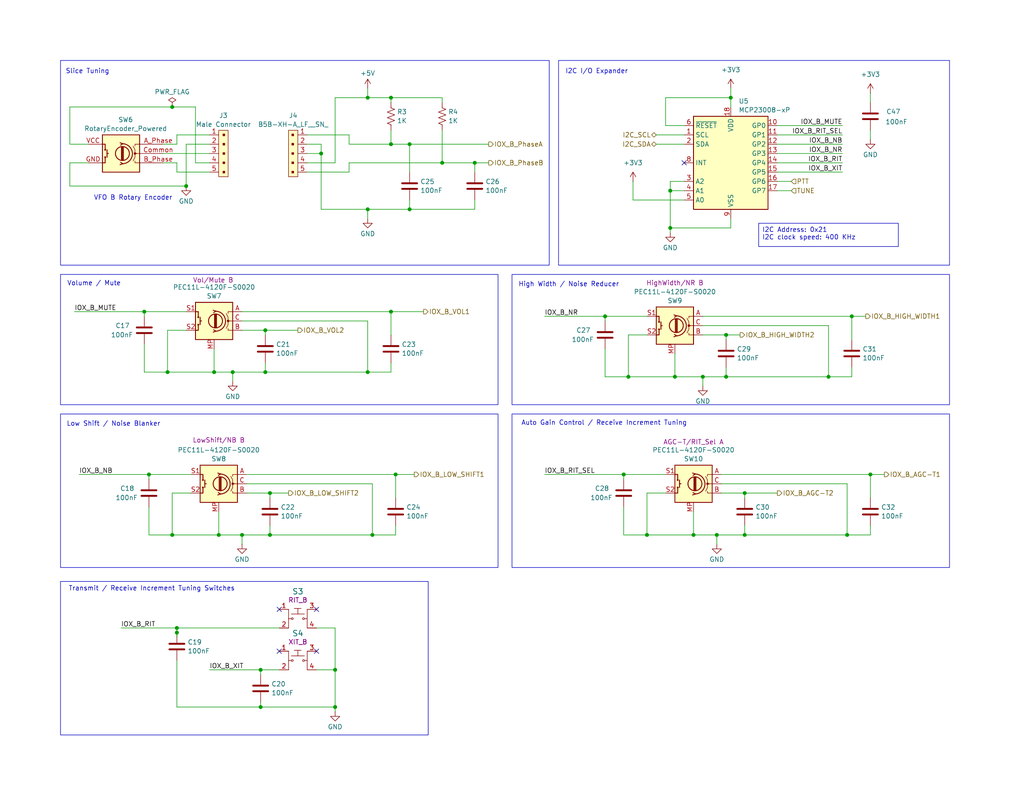
<source format=kicad_sch>
(kicad_sch (version 20250114) (generator "eeschema") (generator_version "9.0")
  (paper "USLetter")
  (title_block (title "KD0RC TeensyMaestro") (date "2025-07-27") (rev "v3.0") (company "NV0E") (comment 1 "Based on original design by KD0RC.") (comment 3 "PCB design by NV0E"))
  (lib_symbols
    (symbol "Device:C" (pin_numbers (hide yes)) (pin_names (offset 0.254))
      (property "Reference" "C" (at 0.635 2.54 0))
      (property "Value" "C" (at 0.635 -2.54 0))
      (symbol "C_0_1"
        (polyline (pts (xy -2.032 0.762) (xy 2.032 0.762)) (stroke (width 0.508)))
        (polyline (pts (xy -2.032 -0.762) (xy 2.032 -0.762)) (stroke (width 0.508)))
      )
      (symbol "C_1_1"
        (pin passive line (at 0 3.81 270) (length 2.794) (name "~") (number "1"))
        (pin passive line (at 0 -3.81 90) (length 2.794) (name "~") (number "2"))
      )
    )
    (symbol "Device:R_US" (pin_numbers (hide yes)) (pin_names (offset 0))
      (property "Reference" "R" (at 2.54 0 90))
      (property "Value" "R_US" (at -2.54 0 90))
      (symbol "R_US_0_1"
        (polyline (pts (xy 0 2.286) (xy 0 2.54)))
        (polyline (pts (xy 0 2.286) (xy 1.016 1.905) (xy 0 1.524) (xy -1.016 1.143) (xy 0 0.762)))
        (polyline (pts (xy 0 0.762) (xy 1.016 0.381) (xy 0 0) (xy -1.016 -0.381) (xy 0 -0.762)))
        (polyline (pts (xy 0 -0.762) (xy 1.016 -1.143) (xy 0 -1.524) (xy -1.016 -1.905) (xy 0 -2.286)))
        (polyline (pts (xy 0 -2.286) (xy 0 -2.54)))
      )
      (symbol "R_US_1_1"
        (pin passive line (at 0 3.81 270) (length 1.27) (name "~") (number "1"))
        (pin passive line (at 0 -3.81 90) (length 1.27) (name "~") (number "2"))
      )
    )
    (symbol "Device:RotaryEncoder_Switch_MP" (pin_names (offset 0.254) (hide yes))
      (property "Reference" "SW" (at 0 8.89 0))
      (property "Value" "RotaryEncoder_Switch_MP" (at 0 6.35 0))
      (symbol "RotaryEncoder_Switch_MP_0_1"
        (rectangle (start -5.08 5.08) (end 5.08 -5.08) (stroke (width 0.254)) (fill (type background)))
        (polyline (pts (xy -5.08 2.54) (xy -3.81 2.54) (xy -3.81 2.032)))
        (polyline (pts (xy -5.08 0) (xy -3.81 0) (xy -3.81 -1.016) (xy -3.302 -2.032)))
        (polyline (pts (xy -5.08 -2.54) (xy -3.81 -2.54) (xy -3.81 -2.032)))
        (polyline (pts (xy -4.318 0) (xy -3.81 0) (xy -3.81 1.016) (xy -3.302 2.032)))
        (circle (center -3.81 0) (radius 0.254) (fill (type outline)))
        (polyline (pts (xy -0.635 -1.778) (xy -0.635 1.778)) (stroke (width 0.254)))
        (circle (center -0.381 0) (radius 1.905) (stroke (width 0.254)))
        (polyline (pts (xy -0.381 -1.778) (xy -0.381 1.778)) (stroke (width 0.254)))
        (arc (start -0.381 -2.794) (mid -3.0988 -0.0635) (end -0.381 2.667) (stroke (width 0.254)))
        (polyline (pts (xy -0.127 1.778) (xy -0.127 -1.778)) (stroke (width 0.254)))
        (polyline (pts (xy 0.254 2.921) (xy -0.508 2.667) (xy 0.127 2.286)) (stroke (width 0.254)))
        (polyline (pts (xy 0.254 -3.048) (xy -0.508 -2.794) (xy 0.127 -2.413)) (stroke (width 0.254)))
        (polyline (pts (xy 3.81 1.016) (xy 3.81 -1.016)) (stroke (width 0.254)))
        (polyline (pts (xy 3.81 0) (xy 3.429 0)) (stroke (width 0.254)))
        (circle (center 4.318 1.016) (radius 0.127) (stroke (width 0.254)))
        (circle (center 4.318 -1.016) (radius 0.127) (stroke (width 0.254)))
        (polyline (pts (xy 5.08 2.54) (xy 4.318 2.54) (xy 4.318 1.016)) (stroke (width 0.254)))
        (polyline (pts (xy 5.08 -2.54) (xy 4.318 -2.54) (xy 4.318 -1.016)) (stroke (width 0.254)))
      )
      (symbol "RotaryEncoder_Switch_MP_1_1"
        (pin passive line (at -7.62 2.54 0) (length 2.54) (name "A") (number "A"))
        (pin passive line (at -7.62 0 0) (length 2.54) (name "C") (number "C"))
        (pin passive line (at -7.62 -2.54 0) (length 2.54) (name "B") (number "B"))
        (pin passive line (at 0 -7.62 90) (length 2.54) (name "MP") (number "MP"))
        (pin passive line (at 7.62 2.54 180) (length 2.54) (name "S1") (number "S1"))
        (pin passive line (at 7.62 -2.54 180) (length 2.54) (name "S2") (number "S2"))
      )
    )
    (symbol "Interface_Expansion:MCP23008-xP"
      (property "Reference" "U" (at -8.89 13.97 0))
      (property "Value" "MCP23008-xP" (at 8.89 13.97 0))
      (symbol "MCP23008-xP_0_1"
        (rectangle (start -10.16 12.7) (end 10.16 -12.7) (stroke (width 0.254)) (fill (type background)))
      )
      (symbol "MCP23008-xP_1_1"
        (pin input line (at -12.7 10.16 0) (length 2.54) (name "~{RESET}") (number "6"))
        (pin input line (at -12.7 7.62 0) (length 2.54) (name "SCL") (number "1"))
        (pin bidirectional line (at -12.7 5.08 0) (length 2.54) (name "SDA") (number "2"))
        (pin output line (at -12.7 0 0) (length 2.54) (name "INT") (number "8"))
        (pin input line (at -12.7 -5.08 0) (length 2.54) (name "A2") (number "3"))
        (pin input line (at -12.7 -7.62 0) (length 2.54) (name "A1") (number "4"))
        (pin input line (at -12.7 -10.16 0) (length 2.54) (name "A0") (number "5"))
        (pin no_connect line (at -10.16 -2.54 0) (length 2.54) (hide yes) (name "NC") (number "7"))
        (pin power_in line (at 0 15.24 270) (length 2.54) (name "VDD") (number "18"))
        (pin power_in line (at 0 -15.24 90) (length 2.54) (name "VSS") (number "9"))
        (pin bidirectional line (at 12.7 10.16 180) (length 2.54) (name "GP0") (number "10"))
        (pin bidirectional line (at 12.7 7.62 180) (length 2.54) (name "GP1") (number "11"))
        (pin bidirectional line (at 12.7 5.08 180) (length 2.54) (name "GP2") (number "12"))
        (pin bidirectional line (at 12.7 2.54 180) (length 2.54) (name "GP3") (number "13"))
        (pin bidirectional line (at 12.7 0 180) (length 2.54) (name "GP4") (number "14"))
        (pin bidirectional line (at 12.7 -2.54 180) (length 2.54) (name "GP5") (number "15"))
        (pin bidirectional line (at 12.7 -5.08 180) (length 2.54) (name "GP6") (number "16"))
        (pin bidirectional line (at 12.7 -7.62 180) (length 2.54) (name "GP7") (number "17"))
      )
    )
    (symbol "RIMU_Encoder:RotaryEncoder_Powered" (pin_names (offset 0) (hide yes))
      (property "Reference" "SW" (at 0 6.604 0))
      (property "Value" "RotaryEncoder_Powered" (at 0 -6.604 0))
      (symbol "RotaryEncoder_Powered_0_1"
        (rectangle (start -5.08 5.08) (end 5.08 -5.08) (stroke (width 0.254)) (fill (type background)))
        (polyline (pts (xy -5.08 2.54) (xy -8.89 2.54)))
        (polyline (pts (xy -5.08 2.54) (xy -3.81 2.54) (xy -3.81 2.032)))
        (polyline (pts (xy -5.08 0) (xy -8.89 0)))
        (polyline (pts (xy -5.08 0) (xy -3.81 0) (xy -3.81 -1.016) (xy -3.302 -2.032)))
        (polyline (pts (xy -5.08 -2.54) (xy -8.89 -2.54)))
        (polyline (pts (xy -5.08 -2.54) (xy -3.81 -2.54) (xy -3.81 -2.032)))
        (polyline (pts (xy -4.318 0) (xy -3.81 0) (xy -3.81 1.016) (xy -3.302 2.032)))
        (circle (center -3.81 0) (radius 0.254) (fill (type outline)))
        (polyline (pts (xy -0.635 -1.778) (xy -0.635 1.778)) (stroke (width 0.254)))
        (circle (center -0.381 0) (radius 1.905) (stroke (width 0.254)))
        (polyline (pts (xy -0.381 -1.778) (xy -0.381 1.778)) (stroke (width 0.254)))
        (arc (start -0.381 -2.794) (mid -3.0988 -0.0635) (end -0.381 2.667) (stroke (width 0.254)))
        (polyline (pts (xy -0.127 1.778) (xy -0.127 -1.778)) (stroke (width 0.254)))
        (polyline (pts (xy 0.254 2.921) (xy -0.508 2.667) (xy 0.127 2.286)) (stroke (width 0.254)))
        (polyline (pts (xy 0.254 -3.048) (xy -0.508 -2.794) (xy 0.127 -2.413)) (stroke (width 0.254)))
        (polyline (pts (xy 3.81 1.016) (xy 3.81 -1.016)) (stroke (width 0.254)))
        (polyline (pts (xy 3.81 0) (xy 3.429 0)) (stroke (width 0.254)))
        (circle (center 4.318 1.016) (radius 0.127) (stroke (width 0.254)))
        (circle (center 4.318 -1.016) (radius 0.127) (stroke (width 0.254)))
        (polyline (pts (xy 5.08 2.54) (xy 4.318 2.54) (xy 4.318 1.016)) (stroke (width 0.254)))
        (polyline (pts (xy 5.08 -2.54) (xy 4.318 -2.54) (xy 4.318 -1.016)) (stroke (width 0.254)))
        (polyline (pts (xy 6.35 2.54) (xy 5.08 2.54)))
        (polyline (pts (xy 6.35 -2.54) (xy 5.08 -2.54)))
      )
      (symbol "RotaryEncoder_Powered_1_1"
        (pin passive line (at -11.43 2.54 0) (length 2.54) (name "A_Phase") (number "A_Phase"))
        (pin passive line (at -11.43 0 0) (length 2.54) (name "Common") (number "Common"))
        (pin passive line (at -11.43 -2.54 0) (length 2.54) (name "B_Phase") (number "B_Phase"))
        (pin power_in line (at 8.89 2.54 180) (length 2.54) (name "VCC") (number "VCC"))
        (pin power_in line (at 8.89 -2.54 180) (length 2.54) (name "GND") (number "GND"))
      )
    )
    (symbol "dk_Rectangular-Connectors-Headers-Male-Pins:B5B-XH-A_LF__SN_" (pin_names (offset 1.016))
      (property "Reference" "J" (at -2.54 -1.27 0))
      (property "Value" "B5B-XH-A_LF__SN_" (at 5.08 -3.81 0))
      (symbol "B5B-XH-A_LF__SN__1_1"
        (rectangle (start -1.27 0) (end 11.43 -2.54) (fill (type background)))
        (rectangle (start -0.254 -1.143) (end 0.254 -1.651) (fill (type outline)))
        (rectangle (start 2.286 -1.143) (end 2.794 -1.651) (fill (type outline)))
        (rectangle (start 4.826 -1.143) (end 5.334 -1.651) (fill (type outline)))
        (rectangle (start 7.366 -1.143) (end 7.874 -1.651) (fill (type outline)))
        (rectangle (start 9.906 -1.143) (end 10.414 -1.651) (fill (type outline)))
        (pin passive line (at 0 2.54 270) (length 2.54) (name "~") (number "1"))
        (pin passive line (at 2.54 2.54 270) (length 2.54) (name "~") (number "2"))
        (pin passive line (at 5.08 2.54 270) (length 2.54) (name "~") (number "3"))
        (pin passive line (at 7.62 2.54 270) (length 2.54) (name "~") (number "4"))
        (pin passive line (at 10.16 2.54 270) (length 2.54) (name "~") (number "5"))
      )
    )
    (symbol "dk_Tactile-Switches:1825910-6" (pin_names (offset 1.016))
      (property "Reference" "S" (at 0 4.572 0))
      (property "Value" "1825910-6" (at 0.127 -5.08 0))
      (symbol "1825910-6_0_1"
        (polyline (pts (xy -2.54 2.54) (xy -2.54 -2.54)))
        (polyline (pts (xy -1.778 1.27) (xy 1.778 1.27)))
        (polyline (pts (xy -1.778 0) (xy -2.54 0)))
        (circle (center -1.524 0) (radius 0.254))
        (circle (center 1.524 0) (radius 0.254))
        (polyline (pts (xy 2.54 0) (xy 1.778 0)))
        (polyline (pts (xy 2.54 -2.54) (xy 2.54 2.54)))
      )
      (symbol "1825910-6_1_1"
        (polyline (pts (xy -1.016 2.794) (xy 0.889 2.794)))
        (polyline (pts (xy 0 2.794) (xy 0 1.27)))
        (pin passive line (at -5.08 2.54 0) (length 2.54) (name "~") (number "1"))
        (pin passive line (at -5.08 -2.54 0) (length 2.54) (name "~") (number "2"))
        (pin passive line (at 5.08 2.54 180) (length 2.54) (name "~") (number "3"))
        (pin passive line (at 5.08 -2.54 180) (length 2.54) (name "~") (number "4"))
      )
    )
    (symbol "power:+3.3V" (power) (pin_numbers (hide yes)) (pin_names (offset 0) (hide yes))
      (property "Value" "+3.3V" (at 0 3.556 0))
      (symbol "+3.3V_0_1"
        (polyline (pts (xy -0.762 1.27) (xy 0 2.54)))
        (polyline (pts (xy 0 2.54) (xy 0.762 1.27)))
        (polyline (pts (xy 0 0) (xy 0 2.54)))
      )
      (symbol "+3.3V_1_1"
        (pin power_in line (at 0 0 90) (length 0) (name "~") (number "1"))
      )
    )
    (symbol "power:+5V" (power) (pin_numbers (hide yes)) (pin_names (offset 0) (hide yes))
      (property "Value" "+5V" (at 0 3.556 0))
      (symbol "+5V_0_1"
        (polyline (pts (xy -0.762 1.27) (xy 0 2.54)))
        (polyline (pts (xy 0 2.54) (xy 0.762 1.27)))
        (polyline (pts (xy 0 0) (xy 0 2.54)))
      )
      (symbol "+5V_1_1"
        (pin power_in line (at 0 0 90) (length 0) (name "~") (number "1"))
      )
    )
    (symbol "power:GND" (power) (pin_numbers (hide yes)) (pin_names (offset 0) (hide yes))
      (property "Value" "GND" (at 0 -3.81 0))
      (symbol "GND_0_1"
        (polyline (pts (xy 0 0) (xy 0 -1.27) (xy 1.27 -1.27) (xy 0 -2.54) (xy -1.27 -1.27) (xy 0 -1.27)))
      )
      (symbol "GND_1_1"
        (pin power_in line (at 0 0 270) (length 0) (name "~") (number "1"))
      )
    )
    (symbol "power:PWR_FLAG" (power) (pin_numbers (hide yes)) (pin_names (offset 0) (hide yes))
      (property "Value" "PWR_FLAG" (at 0 3.81 0))
      (symbol "PWR_FLAG_0_0"
        (pin power_out line (at 0 0 90) (length 0) (name "~") (number "1"))
      )
      (symbol "PWR_FLAG_0_1"
        (polyline (pts (xy 0 0) (xy 0 1.27) (xy -1.016 1.905) (xy 0 2.54) (xy 1.016 1.905) (xy 0 1.27)))
      )
    )
  )
  (rectangle (start 139.7 113.03) (end 259.08 154.94))
  (rectangle (start 16.51 16.51) (end 149.86 72.39))
  (rectangle (start 16.51 74.93) (end 135.89 110.49))
  (rectangle (start 152.4 16.51) (end 259.08 72.39))
  (rectangle (start 16.51 158.75) (end 116.84 200.66))
  (rectangle (start 16.51 113.03) (end 135.89 154.94))
  (rectangle (start 139.7 74.93) (end 259.08 110.49))
  (text "High Width / Noise Reducer" (at 155.194 77.724 0) (effects (font (size 1.27 1.27))))
  (text "Low Shift / Noise Blanker" (at 30.988 115.824 0) (effects (font (size 1.27 1.27))))
  (text "Slice Tuning" (at 23.876 19.558 0) (effects (font (size 1.27 1.27))))
  (text "Volume / Mute" (at 25.654 77.47 0) (effects (font (size 1.27 1.27))))
  (text "Transmit / Receive Increment Tuning Switches" (at 41.402 160.782 0) (effects (font (size 1.27 1.27))))
  (text "Auto Gain Control / Receive Increment Tuning" (at 164.846 115.57 0) (effects (font (size 1.27 1.27))))
  (text "VFO B Rotary Encoder" (at 36.322 54.102 0) (effects (font (size 1.27 1.27))))
  (text "I2C I/O Expander" (at 162.814 19.558 0) (effects (font (size 1.27 1.27))))
  (text_box "I2C Address: 0x21\nI2C clock speed: 400 KHz" (at 207.01 60.96 0) (size 38.1 6.35) (margins 0.9525 0.9525 0.9525 0.9525) (effects (font (size 1.27 1.27)) (justify left top)))
  (junction (at 232.41 86.36))
  (junction (at 171.45 102.87))
  (junction (at 198.12 102.87))
  (junction (at 73.66 134.62))
  (junction (at 237.49 129.54))
  (junction (at 106.68 85.09))
  (junction (at 100.33 26.67))
  (junction (at 231.14 146.05))
  (junction (at 189.23 146.05))
  (junction (at 111.76 57.15))
  (junction (at 46.99 146.05))
  (junction (at 129.54 44.45))
  (junction (at 101.6 146.05))
  (junction (at 72.39 90.17))
  (junction (at 45.72 101.6))
  (junction (at 72.39 101.6))
  (junction (at 73.66 146.05))
  (junction (at 48.26 171.45))
  (junction (at 46.99 29.21))
  (junction (at 91.44 182.88))
  (junction (at 170.18 129.54))
  (junction (at 182.88 52.07))
  (junction (at 39.37 85.09))
  (junction (at 58.42 101.6))
  (junction (at 71.12 193.04))
  (junction (at 91.44 193.04))
  (junction (at 59.69 146.05))
  (junction (at 107.95 129.54))
  (junction (at 87.63 41.91))
  (junction (at 203.2 134.62))
  (junction (at 48.26 172.72))
  (junction (at 226.06 102.87))
  (junction (at 176.53 146.05))
  (junction (at 100.33 57.15))
  (junction (at 184.15 102.87))
  (junction (at 71.12 182.88))
  (junction (at 100.33 101.6))
  (junction (at 191.77 102.87))
  (junction (at 106.68 39.37))
  (junction (at 50.8 50.8))
  (junction (at 198.12 91.44))
  (junction (at 63.5 101.6))
  (junction (at 66.04 146.05))
  (junction (at 203.2 146.05))
  (junction (at 182.88 62.23))
  (junction (at 120.65 44.45))
  (junction (at 40.64 129.54))
  (junction (at 199.39 26.67))
  (junction (at 111.76 39.37))
  (junction (at 165.1 86.36))
  (junction (at 106.68 26.67))
  (junction (at 195.58 146.05))
  (no_connect (at 86.36 177.8))
  (no_connect (at 76.2 177.8))
  (no_connect (at 76.2 166.37))
  (no_connect (at 86.36 166.37))
  (no_connect (at 186.69 44.45))
  (wire (pts (xy 45.72 101.6) (xy 58.42 101.6)))
  (wire (pts (xy 59.69 139.7) (xy 59.69 146.05)))
  (wire (pts (xy 198.12 91.44) (xy 198.12 92.71)))
  (wire (pts (xy 170.18 138.43) (xy 170.18 146.05)))
  (wire (pts (xy 40.64 138.43) (xy 40.64 146.05)))
  (wire (pts (xy 48.26 171.45) (xy 76.2 171.45)))
  (wire (pts (xy 48.26 36.83) (xy 57.15 36.83)))
  (wire (pts (xy 191.77 91.44) (xy 198.12 91.44)))
  (wire (pts (xy 212.09 34.29) (xy 229.87 34.29)))
  (wire (pts (xy 203.2 134.62) (xy 203.2 135.89)))
  (wire (pts (xy 20.32 85.09) (xy 39.37 85.09)))
  (wire (pts (xy 182.88 49.53) (xy 182.88 52.07)))
  (wire (pts (xy 46.99 146.05) (xy 59.69 146.05)))
  (wire (pts (xy 106.68 35.56) (xy 106.68 39.37)))
  (wire (pts (xy 120.65 35.56) (xy 120.65 44.45)))
  (wire (pts (xy 237.49 143.51) (xy 237.49 146.05)))
  (wire (pts (xy 33.02 171.45) (xy 48.26 171.45)))
  (wire (pts (xy 170.18 146.05) (xy 176.53 146.05)))
  (wire (pts (xy 212.09 49.53) (xy 215.9 49.53)))
  (wire (pts (xy 226.06 102.87) (xy 232.41 102.87)))
  (wire (pts (xy 106.68 85.09) (xy 115.57 85.09)))
  (wire (pts (xy 86.36 171.45) (xy 91.44 171.45)))
  (wire (pts (xy 58.42 101.6) (xy 63.5 101.6)))
  (wire (pts (xy 148.59 129.54) (xy 170.18 129.54)))
  (wire (pts (xy 212.09 52.07) (xy 215.9 52.07)))
  (wire (pts (xy 83.82 44.45) (xy 91.44 44.45)))
  (wire (pts (xy 50.8 39.37) (xy 50.8 50.8)))
  (wire (pts (xy 87.63 57.15) (xy 100.33 57.15)))
  (wire (pts (xy 48.26 39.37) (xy 48.26 36.83)))
  (wire (pts (xy 237.49 35.56) (xy 237.49 38.1)))
  (wire (pts (xy 50.8 90.17) (xy 45.72 90.17)))
  (wire (pts (xy 165.1 86.36) (xy 165.1 87.63)))
  (wire (pts (xy 100.33 57.15) (xy 111.76 57.15)))
  (wire (pts (xy 83.82 36.83) (xy 95.25 36.83)))
  (wire (pts (xy 232.41 86.36) (xy 236.22 86.36)))
  (wire (pts (xy 48.26 171.45) (xy 48.26 172.72)))
  (wire (pts (xy 48.26 44.45) (xy 48.26 46.99)))
  (wire (pts (xy 196.85 134.62) (xy 203.2 134.62)))
  (wire (pts (xy 212.09 41.91) (xy 229.87 41.91)))
  (wire (pts (xy 182.88 62.23) (xy 182.88 63.5)))
  (wire (pts (xy 172.72 54.61) (xy 186.69 54.61)))
  (wire (pts (xy 198.12 102.87) (xy 226.06 102.87)))
  (wire (pts (xy 195.58 146.05) (xy 203.2 146.05)))
  (wire (pts (xy 91.44 182.88) (xy 91.44 193.04)))
  (wire (pts (xy 176.53 146.05) (xy 189.23 146.05)))
  (wire (pts (xy 181.61 34.29) (xy 181.61 26.67)))
  (wire (pts (xy 66.04 85.09) (xy 106.68 85.09)))
  (wire (pts (xy 45.72 90.17) (xy 45.72 101.6)))
  (wire (pts (xy 184.15 102.87) (xy 191.77 102.87)))
  (wire (pts (xy 39.37 101.6) (xy 45.72 101.6)))
  (wire (pts (xy 44.45 44.45) (xy 48.26 44.45)))
  (wire (pts (xy 203.2 146.05) (xy 231.14 146.05)))
  (wire (pts (xy 191.77 88.9) (xy 226.06 88.9)))
  (wire (pts (xy 171.45 102.87) (xy 184.15 102.87)))
  (wire (pts (xy 19.05 39.37) (xy 19.05 29.21)))
  (wire (pts (xy 57.15 182.88) (xy 71.12 182.88)))
  (wire (pts (xy 231.14 132.08) (xy 231.14 146.05)))
  (wire (pts (xy 95.25 46.99) (xy 83.82 46.99)))
  (wire (pts (xy 66.04 87.63) (xy 100.33 87.63)))
  (wire (pts (xy 72.39 99.06) (xy 72.39 101.6)))
  (wire (pts (xy 196.85 129.54) (xy 237.49 129.54)))
  (wire (pts (xy 199.39 59.69) (xy 199.39 62.23)))
  (wire (pts (xy 120.65 44.45) (xy 129.54 44.45)))
  (wire (pts (xy 91.44 26.67) (xy 100.33 26.67)))
  (wire (pts (xy 120.65 26.67) (xy 106.68 26.67)))
  (wire (pts (xy 212.09 39.37) (xy 229.87 39.37)))
  (wire (pts (xy 111.76 54.61) (xy 111.76 57.15)))
  (wire (pts (xy 46.99 134.62) (xy 46.99 146.05)))
  (wire (pts (xy 95.25 36.83) (xy 95.25 39.37)))
  (wire (pts (xy 179.07 39.37) (xy 186.69 39.37)))
  (wire (pts (xy 95.25 39.37) (xy 106.68 39.37)))
  (wire (pts (xy 176.53 91.44) (xy 171.45 91.44)))
  (wire (pts (xy 67.31 132.08) (xy 101.6 132.08)))
  (wire (pts (xy 198.12 91.44) (xy 201.93 91.44)))
  (wire (pts (xy 50.8 39.37) (xy 57.15 39.37)))
  (wire (pts (xy 100.33 101.6) (xy 106.68 101.6)))
  (wire (pts (xy 66.04 146.05) (xy 73.66 146.05)))
  (wire (pts (xy 171.45 91.44) (xy 171.45 102.87)))
  (wire (pts (xy 129.54 44.45) (xy 129.54 46.99)))
  (wire (pts (xy 67.31 134.62) (xy 73.66 134.62)))
  (wire (pts (xy 21.59 129.54) (xy 40.64 129.54)))
  (wire (pts (xy 46.99 29.21) (xy 53.34 29.21)))
  (wire (pts (xy 100.33 26.67) (xy 106.68 26.67)))
  (wire (pts (xy 44.45 39.37) (xy 48.26 39.37)))
  (wire (pts (xy 101.6 132.08) (xy 101.6 146.05)))
  (wire (pts (xy 237.49 129.54) (xy 237.49 135.89)))
  (wire (pts (xy 191.77 102.87) (xy 191.77 105.41)))
  (wire (pts (xy 48.26 180.34) (xy 48.26 193.04)))
  (wire (pts (xy 40.64 129.54) (xy 40.64 130.81)))
  (wire (pts (xy 39.37 85.09) (xy 39.37 86.36)))
  (wire (pts (xy 39.37 85.09) (xy 50.8 85.09)))
  (wire (pts (xy 196.85 132.08) (xy 231.14 132.08)))
  (wire (pts (xy 71.12 193.04) (xy 91.44 193.04)))
  (wire (pts (xy 181.61 134.62) (xy 176.53 134.62)))
  (wire (pts (xy 19.05 44.45) (xy 19.05 50.8)))
  (wire (pts (xy 107.95 143.51) (xy 107.95 146.05)))
  (wire (pts (xy 170.18 129.54) (xy 170.18 130.81)))
  (wire (pts (xy 237.49 129.54) (xy 241.3 129.54)))
  (wire (pts (xy 179.07 36.83) (xy 186.69 36.83)))
  (wire (pts (xy 184.15 96.52) (xy 184.15 102.87)))
  (wire (pts (xy 189.23 139.7) (xy 189.23 146.05)))
  (wire (pts (xy 199.39 62.23) (xy 182.88 62.23)))
  (wire (pts (xy 91.44 193.04) (xy 91.44 194.31)))
  (wire (pts (xy 106.68 99.06) (xy 106.68 101.6)))
  (wire (pts (xy 148.59 86.36) (xy 165.1 86.36)))
  (wire (pts (xy 203.2 134.62) (xy 212.09 134.62)))
  (wire (pts (xy 111.76 39.37) (xy 133.35 39.37)))
  (wire (pts (xy 66.04 146.05) (xy 66.04 148.59)))
  (wire (pts (xy 72.39 90.17) (xy 81.28 90.17)))
  (wire (pts (xy 48.26 173.99) (xy 48.26 172.72)))
  (wire (pts (xy 129.54 57.15) (xy 111.76 57.15)))
  (wire (pts (xy 53.34 29.21) (xy 53.34 44.45)))
  (wire (pts (xy 100.33 57.15) (xy 100.33 59.69)))
  (wire (pts (xy 120.65 44.45) (xy 95.25 44.45)))
  (wire (pts (xy 91.44 26.67) (xy 91.44 44.45)))
  (wire (pts (xy 165.1 102.87) (xy 171.45 102.87)))
  (wire (pts (xy 182.88 52.07) (xy 182.88 62.23)))
  (wire (pts (xy 24.13 39.37) (xy 19.05 39.37)))
  (wire (pts (xy 106.68 26.67) (xy 106.68 27.94)))
  (wire (pts (xy 107.95 129.54) (xy 113.03 129.54)))
  (wire (pts (xy 63.5 101.6) (xy 63.5 104.14)))
  (wire (pts (xy 44.45 41.91) (xy 57.15 41.91)))
  (wire (pts (xy 212.09 44.45) (xy 229.87 44.45)))
  (wire (pts (xy 24.13 44.45) (xy 19.05 44.45)))
  (wire (pts (xy 71.12 182.88) (xy 71.12 184.15)))
  (wire (pts (xy 101.6 146.05) (xy 107.95 146.05)))
  (wire (pts (xy 129.54 44.45) (xy 133.35 44.45)))
  (wire (pts (xy 181.61 26.67) (xy 199.39 26.67)))
  (wire (pts (xy 59.69 146.05) (xy 66.04 146.05)))
  (wire (pts (xy 189.23 146.05) (xy 195.58 146.05)))
  (wire (pts (xy 231.14 146.05) (xy 237.49 146.05)))
  (wire (pts (xy 198.12 100.33) (xy 198.12 102.87)))
  (wire (pts (xy 182.88 52.07) (xy 186.69 52.07)))
  (wire (pts (xy 100.33 24.13) (xy 100.33 26.67)))
  (wire (pts (xy 165.1 86.36) (xy 176.53 86.36)))
  (wire (pts (xy 120.65 27.94) (xy 120.65 26.67)))
  (wire (pts (xy 91.44 171.45) (xy 91.44 182.88)))
  (wire (pts (xy 106.68 85.09) (xy 106.68 91.44)))
  (wire (pts (xy 40.64 129.54) (xy 52.07 129.54)))
  (wire (pts (xy 176.53 134.62) (xy 176.53 146.05)))
  (wire (pts (xy 39.37 93.98) (xy 39.37 101.6)))
  (wire (pts (xy 83.82 41.91) (xy 87.63 41.91)))
  (wire (pts (xy 86.36 182.88) (xy 91.44 182.88)))
  (wire (pts (xy 48.26 193.04) (xy 71.12 193.04)))
  (wire (pts (xy 172.72 49.53) (xy 172.72 54.61)))
  (wire (pts (xy 195.58 146.05) (xy 195.58 148.59)))
  (wire (pts (xy 165.1 95.25) (xy 165.1 102.87)))
  (wire (pts (xy 63.5 101.6) (xy 72.39 101.6)))
  (wire (pts (xy 53.34 44.45) (xy 57.15 44.45)))
  (wire (pts (xy 58.42 95.25) (xy 58.42 101.6)))
  (wire (pts (xy 87.63 39.37) (xy 87.63 41.91)))
  (wire (pts (xy 186.69 49.53) (xy 182.88 49.53)))
  (wire (pts (xy 186.69 34.29) (xy 181.61 34.29)))
  (wire (pts (xy 73.66 134.62) (xy 78.74 134.62)))
  (wire (pts (xy 226.06 88.9) (xy 226.06 102.87)))
  (wire (pts (xy 73.66 134.62) (xy 73.66 135.89)))
  (wire (pts (xy 232.41 100.33) (xy 232.41 102.87)))
  (wire (pts (xy 72.39 101.6) (xy 100.33 101.6)))
  (wire (pts (xy 19.05 29.21) (xy 46.99 29.21)))
  (wire (pts (xy 191.77 102.87) (xy 198.12 102.87)))
  (wire (pts (xy 199.39 24.13) (xy 199.39 26.67)))
  (wire (pts (xy 232.41 86.36) (xy 232.41 92.71)))
  (wire (pts (xy 111.76 39.37) (xy 111.76 46.99)))
  (wire (pts (xy 67.31 129.54) (xy 107.95 129.54)))
  (wire (pts (xy 212.09 36.83) (xy 229.87 36.83)))
  (wire (pts (xy 66.04 90.17) (xy 72.39 90.17)))
  (wire (pts (xy 19.05 50.8) (xy 50.8 50.8)))
  (wire (pts (xy 107.95 129.54) (xy 107.95 135.89)))
  (wire (pts (xy 170.18 129.54) (xy 181.61 129.54)))
  (wire (pts (xy 95.25 44.45) (xy 95.25 46.99)))
  (wire (pts (xy 73.66 146.05) (xy 101.6 146.05)))
  (wire (pts (xy 48.26 46.99) (xy 57.15 46.99)))
  (wire (pts (xy 191.77 86.36) (xy 232.41 86.36)))
  (wire (pts (xy 72.39 90.17) (xy 72.39 91.44)))
  (wire (pts (xy 199.39 26.67) (xy 199.39 29.21)))
  (wire (pts (xy 52.07 134.62) (xy 46.99 134.62)))
  (wire (pts (xy 100.33 87.63) (xy 100.33 101.6)))
  (wire (pts (xy 106.68 39.37) (xy 111.76 39.37)))
  (wire (pts (xy 40.64 146.05) (xy 46.99 146.05)))
  (wire (pts (xy 237.49 25.4) (xy 237.49 27.94)))
  (wire (pts (xy 73.66 143.51) (xy 73.66 146.05)))
  (wire (pts (xy 83.82 39.37) (xy 87.63 39.37)))
  (wire (pts (xy 76.2 182.88) (xy 71.12 182.88)))
  (wire (pts (xy 71.12 191.77) (xy 71.12 193.04)))
  (wire (pts (xy 212.09 46.99) (xy 229.87 46.99)))
  (wire (pts (xy 129.54 54.61) (xy 129.54 57.15)))
  (wire (pts (xy 87.63 41.91) (xy 87.63 57.15)))
  (wire (pts (xy 203.2 143.51) (xy 203.2 146.05)))
  (label "IOX_B_XIT" (at 229.87 46.99 180))
  (label "IOX_B_NB" (at 229.87 39.37 180))
  (label "IOX_B_NR" (at 229.87 41.91 180))
  (label "IOX_B_MUTE" (at 20.32 85.09 0))
  (label "IOX_B_NB" (at 21.59 129.54 0))
  (label "IOX_B_RIT_SEL" (at 229.87 36.83 180))
  (label "IOX_B_RIT" (at 33.02 171.45 0))
  (label "IOX_B_XIT" (at 57.15 182.88 0))
  (label "IOX_B_NR" (at 148.59 86.36 0))
  (label "IOX_B_MUTE" (at 229.87 34.29 180))
  (label "IOX_B_RIT" (at 229.87 44.45 180))
  (label "IOX_B_RIT_SEL" (at 148.59 129.54 0))
  (hierarchical_label "IOX_B_PhaseA" (shape output) (at 133.35 39.37 0))
  (hierarchical_label "IOX_B_LOW_SHIFT1" (shape output) (at 113.03 129.54 0))
  (hierarchical_label "IOX_B_AGC-T1" (shape output) (at 241.3 129.54 0))
  (hierarchical_label "IOX_B_LOW_SHIFT2" (shape output) (at 78.74 134.62 0))
  (hierarchical_label "IOX_B_PhaseB" (shape output) (at 133.35 44.45 0))
  (hierarchical_label "PTT" (shape input) (at 215.9 49.53 0))
  (hierarchical_label "TUNE" (shape input) (at 215.9 52.07 0))
  (hierarchical_label "IOX_B_VOL2" (shape output) (at 81.28 90.17 0))
  (hierarchical_label "I2C_SDA" (shape bidirectional) (at 179.07 39.37 180))
  (hierarchical_label "IOX_B_HIGH_WIDTH1" (shape output) (at 236.22 86.36 0))
  (hierarchical_label "IOX_B_HIGH_WIDTH2" (shape output) (at 201.93 91.44 0))
  (hierarchical_label "I2C_SCL" (shape bidirectional) (at 179.07 36.83 180))
  (hierarchical_label "IOX_B_VOL1" (shape output) (at 115.57 85.09 0))
  (hierarchical_label "IOX_B_AGC-T2" (shape output) (at 212.09 134.62 0))
  (symbol (lib_id "Device:R_US") (at 120.65 31.75 0) (unit 1)
    (property "Reference" "R4" (at 122.301 30.5378 0) (effects (justify left)))
    (property "Value" "1K" (at 122.301 32.9621 0) (effects (justify left)))
    (property "Footprint" "Resistor_THT:R_Axial_DIN0207_L6.3mm_D2.5mm_P10.16mm_Horizontal" (effects (hide yes)))
    (property "Description" "Resistor, US symbol" (effects (hide yes)))
  )
  (symbol (lib_id "dk_Rectangular-Connectors-Headers-Male-Pins:B5B-XH-A_LF__SN_") (at 81.28 36.83 270) (unit 1)
    (property "Reference" "J4" (at 80.01 31.5425 90))
    (property "Value" "B5B-XH-A_LF__SN_" (at 80.01 33.9668 90))
    (property "Footprint" "Connector_JST:JST_XH_B5B-XH-A_1x05_P2.50mm_Vertical" (effects (hide yes)))
    (property "Datasheet" "http://www.jst-mfg.com/product/pdf/eng/eXH.pdf" (effects (hide yes)))
    (property "Description" "CONN HEADER VERT 5POS 2.5MM" (effects (hide yes)))
    (property "Digi-Key_PN" "455-2270-ND" (effects (hide yes)))
    (property "MPN" "B5B-XH-A(LF)(SN)" (effects (hide yes)))
    (property "Category" "Connectors, Interconnects" (effects (hide yes)))
    (property "Family" "Rectangular Connectors - Headers, Male Pins" (effects (hide yes)))
    (property "DK_Datasheet_Link" "http://www.jst-mfg.com/product/pdf/eng/eXH.pdf" (effects (hide yes)))
    (property "DK_Detail_Page" "/product-detail/en/jst-sales-america-inc/B5B-XH-A(LF)(SN)/455-2270-ND/1530483" (effects (hide yes)))
    (property "Description_1" "CONN HEADER VERT 5POS 2.5MM" (effects (hide yes)))
    (property "Manufacturer" "JST Sales America Inc." (effects (hide yes)))
    (property "Status" "Active" (effects (hide yes)))
  )
  (symbol (lib_id "Device:C") (at 40.64 134.62 0) (unit 1)
    (property "Reference" "C18" (at 32.766 133.35 0) (effects (justify left)))
    (property "Value" "100nF" (at 31.496 135.89 0) (effects (justify left)))
    (property "Footprint" "Capacitor_THT:C_Disc_D5.0mm_W2.5mm_P5.00mm" (effects (hide yes)))
    (property "Description" "Unpolarized capacitor" (effects (hide yes)))
  )
  (symbol (lib_id "Device:C") (at 232.41 96.52 0) (unit 1)
    (property "Reference" "C31" (at 235.331 95.3078 0) (effects (justify left)))
    (property "Value" "100nF" (at 235.331 97.7321 0) (effects (justify left)))
    (property "Footprint" "Capacitor_THT:C_Disc_D5.0mm_W2.5mm_P5.00mm" (effects (hide yes)))
    (property "Description" "Unpolarized capacitor" (effects (hide yes)))
  )
  (symbol (lib_id "Device:RotaryEncoder_Switch_MP") (at 59.69 132.08 0) (mirror y) (unit 1)
    (property "Reference" "SW8" (at 59.69 125.2799 0))
    (property "Value" "PEC11L-4120F-S0020" (at 59.69 122.8556 0))
    (property "Footprint" "RIMU_Encoders:PEC11L4115FS0020_VNR" (effects (hide yes)))
    (property "Description" "Rotary encoder, dual channel, incremental quadrate outputs, with switch and MP Pin" (effects (hide yes)))
    (property "Purpose" "LowShift/NB B" (at 59.69 120.142 0))
  )
  (symbol (lib_id "Interface_Expansion:MCP23008-xP") (at 199.39 44.45 0) (unit 1)
    (property "Reference" "U5" (at 201.5333 27.6055 0) (effects (justify left)))
    (property "Value" "MCP23008-xP" (at 201.5333 30.0298 0) (effects (justify left)))
    (property "Footprint" "Package_DIP:DIP-18_W7.62mm" (effects (hide yes)))
    (property "Datasheet" "http://ww1.microchip.com/downloads/en/DeviceDoc/MCP23008-MCP23S08-Data-Sheet-20001919F.pdf" (effects (hide yes)))
    (property "Description" "8-bit I/O expander, I2C, interrupts, PDIP-18" (effects (hide yes)))
  )
  (symbol (lib_id "Device:C") (at 48.26 176.53 0) (unit 1)
    (property "Reference" "C19" (at 51.181 175.3178 0) (effects (justify left)))
    (property "Value" "100nF" (at 51.181 177.7421 0) (effects (justify left)))
    (property "Footprint" "Capacitor_THT:C_Disc_D5.0mm_W2.5mm_P5.00mm" (effects (hide yes)))
    (property "Description" "Unpolarized capacitor" (effects (hide yes)))
  )
  (symbol (lib_id "Device:RotaryEncoder_Switch_MP") (at 184.15 88.9 0) (mirror y) (unit 1)
    (property "Reference" "SW9" (at 184.15 82.0999 0))
    (property "Value" "PEC11L-4120F-S0020" (at 184.15 79.6756 0))
    (property "Footprint" "RIMU_Encoders:PEC11L4115FS0020_NR" (effects (hide yes)))
    (property "Description" "Rotary encoder, dual channel, incremental quadrate outputs, with switch and MP Pin" (effects (hide yes)))
    (property "Purpose" "HighWidth/NR B" (at 184.15 77.216 0))
  )
  (symbol (lib_id "Device:C") (at 73.66 139.7 0) (unit 1)
    (property "Reference" "C22" (at 76.581 138.4878 0) (effects (justify left)))
    (property "Value" "100nF" (at 76.581 140.9121 0) (effects (justify left)))
    (property "Footprint" "Capacitor_THT:C_Disc_D5.0mm_W2.5mm_P5.00mm" (effects (hide yes)))
    (property "Description" "Unpolarized capacitor" (effects (hide yes)))
  )
  (symbol (lib_id "Device:RotaryEncoder_Switch_MP") (at 189.23 132.08 0) (mirror y) (unit 1)
    (property "Reference" "SW10" (at 189.23 125.2799 0))
    (property "Value" "PEC11L-4120F-S0020" (at 189.23 122.8556 0))
    (property "Footprint" "RIMU_Encoders:PEC11L4115FS0020_NR" (effects (hide yes)))
    (property "Description" "Rotary encoder, dual channel, incremental quadrate outputs, with switch and MP Pin" (effects (hide yes)))
    (property "Purpose" "AGC-T/RIT_Sel A" (at 189.23 120.65 0))
  )
  (symbol (lib_id "Device:C") (at 129.54 50.8 0) (unit 1)
    (property "Reference" "C26" (at 132.461 49.5878 0) (effects (justify left)))
    (property "Value" "100nF" (at 132.461 52.0121 0) (effects (justify left)))
    (property "Footprint" "Capacitor_THT:C_Disc_D5.0mm_W2.5mm_P5.00mm" (effects (hide yes)))
    (property "Description" "Unpolarized capacitor" (effects (hide yes)))
  )
  (symbol (lib_id "power:GND") (at 191.77 105.41 0) (unit 1)
    (property "Reference" "#PWR019" (effects (hide yes)))
    (property "Value" "GND" (at 191.77 109.5431 0))
    (property "Description" "Power symbol creates a global label with name \"GND\" , ground" (effects (hide yes)))
  )
  (symbol (lib_id "power:GND") (at 63.5 104.14 0) (unit 1)
    (property "Reference" "#PWR014" (effects (hide yes)))
    (property "Value" "GND" (at 63.5 108.2731 0))
    (property "Description" "Power symbol creates a global label with name \"GND\" , ground" (effects (hide yes)))
  )
  (symbol (lib_id "power:GND") (at 50.8 50.8 0) (unit 1)
    (property "Reference" "#PWR061" (effects (hide yes)))
    (property "Value" "GND" (at 50.8 54.9331 0))
    (property "Description" "Power symbol creates a global label with name \"GND\" , ground" (effects (hide yes)))
  )
  (symbol (lib_id "power:+5V") (at 100.33 24.13 0) (unit 1)
    (property "Reference" "#PWR017" (effects (hide yes)))
    (property "Value" "+5V" (at 100.33 19.9969 0))
    (property "Description" "Power symbol creates a global label with name \"+5V\"" (effects (hide yes)))
  )
  (symbol (lib_id "power:GND") (at 100.33 59.69 0) (unit 1)
    (property "Reference" "#PWR018" (effects (hide yes)))
    (property "Value" "GND" (at 100.33 63.8231 0))
    (property "Description" "Power symbol creates a global label with name \"GND\" , ground" (effects (hide yes)))
  )
  (symbol (lib_id "Device:C") (at 111.76 50.8 0) (unit 1)
    (property "Reference" "C25" (at 114.681 49.5878 0) (effects (justify left)))
    (property "Value" "100nF" (at 114.681 52.0121 0) (effects (justify left)))
    (property "Footprint" "Capacitor_THT:C_Disc_D5.0mm_W2.5mm_P5.00mm" (effects (hide yes)))
    (property "Description" "Unpolarized capacitor" (effects (hide yes)))
  )
  (symbol (lib_id "Device:C") (at 71.12 187.96 0) (unit 1)
    (property "Reference" "C20" (at 74.041 186.7478 0) (effects (justify left)))
    (property "Value" "100nF" (at 74.041 189.1721 0) (effects (justify left)))
    (property "Footprint" "Capacitor_THT:C_Disc_D5.0mm_W2.5mm_P5.00mm" (effects (hide yes)))
    (property "Description" "Unpolarized capacitor" (effects (hide yes)))
  )
  (symbol (lib_id "dk_Tactile-Switches:1825910-6") (at 81.28 168.91 0) (unit 1)
    (property "Reference" "S3" (at 81.28 161.4856 0) (effects (font (size 1.524 1.524))))
    (property "Value" "1825910-6" (effects (hide yes)))
    (property "Footprint" "RIMU_Switches:3ETH9120" (effects (hide yes)))
    (property "Datasheet" "https://www.te.com/commerce/DocumentDelivery/DDEController?Action=srchrtrv&DocNm=1825910&DocType=Customer+Drawing&DocLang=English" (effects (hide yes)))
    (property "Description" "SWITCH TACTILE SPST-NO 0.05A 24V" (effects (hide yes)))
    (property "Digi-Key_PN" "450-1650-ND" (effects (hide yes)))
    (property "MPN" "1825910-6" (effects (hide yes)))
    (property "Category" "Switches" (effects (hide yes)))
    (property "Family" "Tactile Switches" (effects (hide yes)))
    (property "DK_Datasheet_Link" "https://www.te.com/commerce/DocumentDelivery/DDEController?Action=srchrtrv&DocNm=1825910&DocType=Customer+Drawing&DocLang=English" (effects (hide yes)))
    (property "DK_Detail_Page" "/product-detail/en/te-connectivity-alcoswitch-switches/1825910-6/450-1650-ND/1632536" (effects (hide yes)))
    (property "Description_1" "SWITCH TACTILE SPST-NO 0.05A 24V" (effects (hide yes)))
    (property "Manufacturer" "TE Connectivity ALCOSWITCH Switches" (effects (hide yes)))
    (property "Status" "Active" (effects (hide yes)))
    (property "Purpose" "RIT_B" (at 81.28 163.83 0))
  )
  (symbol (lib_id "Device:C") (at 106.68 95.25 0) (unit 1)
    (property "Reference" "C23" (at 109.601 94.0378 0) (effects (justify left)))
    (property "Value" "100nF" (at 109.601 96.4621 0) (effects (justify left)))
    (property "Footprint" "Capacitor_THT:C_Disc_D5.0mm_W2.5mm_P5.00mm" (effects (hide yes)))
    (property "Description" "Unpolarized capacitor" (effects (hide yes)))
  )
  (symbol (lib_id "power:+3.3V") (at 237.49 25.4 0) (unit 1)
    (property "Reference" "#PWR048" (effects (hide yes)))
    (property "Value" "+3V3" (at 237.49 20.32 0))
  )
  (symbol (lib_id "Device:RotaryEncoder_Switch_MP") (at 58.42 87.63 0) (mirror y) (unit 1)
    (property "Reference" "SW7" (at 58.42 80.8299 0))
    (property "Value" "PEC11L-4120F-S0020" (at 58.42 78.4056 0))
    (property "Footprint" "RIMU_Encoders:PEC11L4115FS0020_VNR" (effects (hide yes)))
    (property "Description" "Rotary encoder, dual channel, incremental quadrate outputs, with switch and MP Pin" (effects (hide yes)))
    (property "Purpose" "Vol/Mute B" (at 58.166 76.454 0))
  )
  (symbol (lib_id "Device:C") (at 237.49 31.75 0) (unit 1)
    (property "Reference" "C47" (at 241.808 30.48 0) (effects (justify left)))
    (property "Value" "100nF" (at 241.554 33.274 0) (effects (justify left)))
    (property "Footprint" "Capacitor_THT:C_Disc_D5.0mm_W2.5mm_P5.00mm" (effects (hide yes)))
    (property "Description" "Unpolarized capacitor" (effects (hide yes)))
  )
  (symbol (lib_id "RIMU_Encoder:RotaryEncoder_Powered") (at 33.02 41.91 0) (mirror y) (unit 1) (on_board no)
    (property "Reference" "SW6" (at 34.29 32.6855 0))
    (property "Value" "RotaryEncoder_Powered" (at 34.29 35.1098 0))
    (property "Description" "Rotary encoder, dual channel, incremental quadrate outputs, with power input" (effects (hide yes)))
  )
  (symbol (lib_id "Device:C") (at 72.39 95.25 0) (unit 1)
    (property "Reference" "C21" (at 75.311 94.0378 0) (effects (justify left)))
    (property "Value" "100nF" (at 75.311 96.4621 0) (effects (justify left)))
    (property "Footprint" "Capacitor_THT:C_Disc_D5.0mm_W2.5mm_P5.00mm" (effects (hide yes)))
    (property "Description" "Unpolarized capacitor" (effects (hide yes)))
  )
  (symbol (lib_id "Device:R_US") (at 106.68 31.75 0) (unit 1)
    (property "Reference" "R3" (at 108.331 30.5378 0) (effects (justify left)))
    (property "Value" "1K" (at 108.331 32.9621 0) (effects (justify left)))
    (property "Footprint" "Resistor_THT:R_Axial_DIN0207_L6.3mm_D2.5mm_P10.16mm_Horizontal" (effects (hide yes)))
    (property "Description" "Resistor, US symbol" (effects (hide yes)))
  )
  (symbol (lib_id "power:+3.3V") (at 172.72 49.53 0) (unit 1)
    (property "Reference" "#PWR038" (effects (hide yes)))
    (property "Value" "+3V3" (at 172.72 44.45 0))
  )
  (symbol (lib_id "Device:C") (at 237.49 139.7 0) (unit 1)
    (property "Reference" "C32" (at 240.411 138.4878 0) (effects (justify left)))
    (property "Value" "100nF" (at 240.411 140.9121 0) (effects (justify left)))
    (property "Footprint" "Capacitor_THT:C_Disc_D5.0mm_W2.5mm_P5.00mm" (effects (hide yes)))
    (property "Description" "Unpolarized capacitor" (effects (hide yes)))
  )
  (symbol (lib_id "power:GND") (at 237.49 38.1 0) (unit 1)
    (property "Reference" "#PWR049" (effects (hide yes)))
    (property "Value" "GND" (at 237.49 42.2331 0))
    (property "Description" "Power symbol creates a global label with name \"GND\" , ground" (effects (hide yes)))
  )
  (symbol (lib_id "Device:C") (at 165.1 91.44 0) (unit 1)
    (property "Reference" "C27" (at 157.226 90.17 0) (effects (justify left)))
    (property "Value" "100nF" (at 155.956 92.71 0) (effects (justify left)))
    (property "Footprint" "Capacitor_THT:C_Disc_D5.0mm_W2.5mm_P5.00mm" (effects (hide yes)))
    (property "Description" "Unpolarized capacitor" (effects (hide yes)))
  )
  (symbol (lib_id "Device:C") (at 198.12 96.52 0) (unit 1)
    (property "Reference" "C29" (at 201.041 95.3078 0) (effects (justify left)))
    (property "Value" "100nF" (at 201.041 97.7321 0) (effects (justify left)))
    (property "Footprint" "Capacitor_THT:C_Disc_D5.0mm_W2.5mm_P5.00mm" (effects (hide yes)))
    (property "Description" "Unpolarized capacitor" (effects (hide yes)))
  )
  (symbol (lib_id "power:GND") (at 182.88 63.5 0) (unit 1)
    (property "Reference" "#PWR041" (effects (hide yes)))
    (property "Value" "GND" (at 182.88 67.6331 0))
    (property "Description" "Power symbol creates a global label with name \"GND\" , ground" (effects (hide yes)))
  )
  (symbol (lib_id "power:+3.3V") (at 199.39 24.13 0) (unit 1)
    (property "Reference" "#PWR044" (effects (hide yes)))
    (property "Value" "+3V3" (at 199.39 19.05 0))
  )
  (symbol (lib_id "power:GND") (at 195.58 148.59 0) (unit 1)
    (property "Reference" "#PWR020" (effects (hide yes)))
    (property "Value" "GND" (at 195.58 152.7231 0))
    (property "Description" "Power symbol creates a global label with name \"GND\" , ground" (effects (hide yes)))
  )
  (symbol (lib_id "Device:C") (at 203.2 139.7 0) (unit 1)
    (property "Reference" "C30" (at 206.121 138.4878 0) (effects (justify left)))
    (property "Value" "100nF" (at 206.121 140.9121 0) (effects (justify left)))
    (property "Footprint" "Capacitor_THT:C_Disc_D5.0mm_W2.5mm_P5.00mm" (effects (hide yes)))
    (property "Description" "Unpolarized capacitor" (effects (hide yes)))
  )
  (symbol (lib_id "dk_Rectangular-Connectors-Headers-Male-Pins:B5B-XH-A_LF__SN_") (at 59.69 36.83 90) (mirror x) (unit 1) (on_board no)
    (property "Reference" "J3" (at 60.96 31.5425 90))
    (property "Value" "Male Connector" (at 60.96 33.9668 90))
    (property "Footprint" "digikey-footprints:PinHeader_1x5_P2.5mm_Drill1.1mm" (effects (hide yes)))
    (property "Datasheet" "http://www.jst-mfg.com/product/pdf/eng/eXH.pdf" (effects (hide yes)))
    (property "Description" "CONN HEADER VERT 5POS 2.5MM" (effects (hide yes)))
    (property "Digi-Key_PN" "455-2270-ND" (effects (hide yes)))
    (property "MPN" "B5B-XH-A(LF)(SN)" (effects (hide yes)))
    (property "Category" "Connectors, Interconnects" (effects (hide yes)))
    (property "Family" "Rectangular Connectors - Headers, Male Pins" (effects (hide yes)))
    (property "DK_Datasheet_Link" "http://www.jst-mfg.com/product/pdf/eng/eXH.pdf" (effects (hide yes)))
    (property "DK_Detail_Page" "/product-detail/en/jst-sales-america-inc/B5B-XH-A(LF)(SN)/455-2270-ND/1530483" (effects (hide yes)))
    (property "Description_1" "CONN HEADER VERT 5POS 2.5MM" (effects (hide yes)))
    (property "Manufacturer" "JST Sales America Inc." (effects (hide yes)))
    (property "Status" "Active" (effects (hide yes)))
  )
  (symbol (lib_id "power:GND") (at 66.04 148.59 0) (unit 1)
    (property "Reference" "#PWR015" (effects (hide yes)))
    (property "Value" "GND" (at 66.04 152.7231 0))
    (property "Description" "Power symbol creates a global label with name \"GND\" , ground" (effects (hide yes)))
  )
  (symbol (lib_id "power:GND") (at 91.44 194.31 0) (unit 1)
    (property "Reference" "#PWR016" (effects (hide yes)))
    (property "Value" "GND" (at 91.44 198.4431 0))
    (property "Description" "Power symbol creates a global label with name \"GND\" , ground" (effects (hide yes)))
  )
  (symbol (lib_id "dk_Tactile-Switches:1825910-6") (at 81.28 180.34 0) (unit 1)
    (property "Reference" "S4" (at 81.28 172.9156 0) (effects (font (size 1.524 1.524))))
    (property "Value" "1825910-6" (effects (hide yes)))
    (property "Footprint" "RIMU_Switches:3ETH9120" (effects (hide yes)))
    (property "Datasheet" "https://www.te.com/commerce/DocumentDelivery/DDEController?Action=srchrtrv&DocNm=1825910&DocType=Customer+Drawing&DocLang=English" (effects (hide yes)))
    (property "Description" "SWITCH TACTILE SPST-NO 0.05A 24V" (effects (hide yes)))
    (property "Digi-Key_PN" "450-1650-ND" (effects (hide yes)))
    (property "MPN" "1825910-6" (effects (hide yes)))
    (property "Category" "Switches" (effects (hide yes)))
    (property "Family" "Tactile Switches" (effects (hide yes)))
    (property "DK_Datasheet_Link" "https://www.te.com/commerce/DocumentDelivery/DDEController?Action=srchrtrv&DocNm=1825910&DocType=Customer+Drawing&DocLang=English" (effects (hide yes)))
    (property "DK_Detail_Page" "/product-detail/en/te-connectivity-alcoswitch-switches/1825910-6/450-1650-ND/1632536" (effects (hide yes)))
    (property "Description_1" "SWITCH TACTILE SPST-NO 0.05A 24V" (effects (hide yes)))
    (property "Manufacturer" "TE Connectivity ALCOSWITCH Switches" (effects (hide yes)))
    (property "Status" "Active" (effects (hide yes)))
    (property "Purpose" "XIT_B" (at 81.28 175.26 0))
  )
  (symbol (lib_id "Device:C") (at 39.37 90.17 0) (unit 1)
    (property "Reference" "C17" (at 31.496 88.9 0) (effects (justify left)))
    (property "Value" "100nF" (at 30.226 91.44 0) (effects (justify left)))
    (property "Footprint" "Capacitor_THT:C_Disc_D5.0mm_W2.5mm_P5.00mm" (effects (hide yes)))
    (property "Description" "Unpolarized capacitor" (effects (hide yes)))
  )
  (symbol (lib_id "power:PWR_FLAG") (at 46.99 29.21 0) (unit 1)
    (property "Reference" "#FLG03" (effects (hide yes)))
    (property "Value" "PWR_FLAG" (at 46.99 25.0769 0))
    (property "Description" "Special symbol for telling ERC where power comes from" (effects (hide yes)))
  )
  (symbol (lib_id "Device:C") (at 170.18 134.62 0) (unit 1)
    (property "Reference" "C28" (at 162.306 133.35 0) (effects (justify left)))
    (property "Value" "100nF" (at 161.036 135.89 0) (effects (justify left)))
    (property "Footprint" "Capacitor_THT:C_Disc_D5.0mm_W2.5mm_P5.00mm" (effects (hide yes)))
    (property "Description" "Unpolarized capacitor" (effects (hide yes)))
  )
  (symbol (lib_id "Device:C") (at 107.95 139.7 0) (unit 1)
    (property "Reference" "C24" (at 110.871 138.4878 0) (effects (justify left)))
    (property "Value" "100nF" (at 110.871 140.9121 0) (effects (justify left)))
    (property "Footprint" "Capacitor_THT:C_Disc_D5.0mm_W2.5mm_P5.00mm" (effects (hide yes)))
    (property "Description" "Unpolarized capacitor" (effects (hide yes)))
  )
)
</source>
